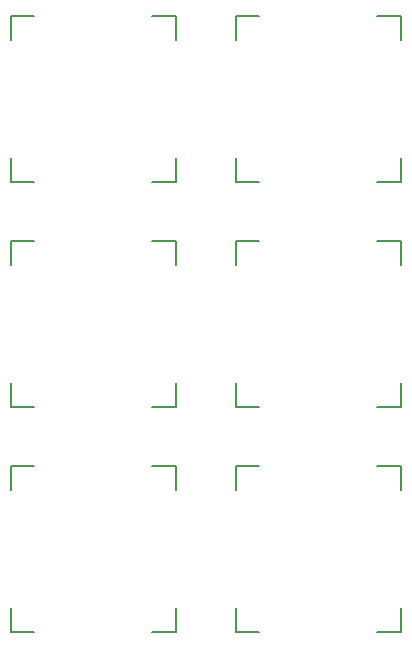
<source format=gto>
G04 EAGLE Gerber RS-274X export*
G75*
%MOMM*%
%FSLAX34Y34*%
%LPD*%
%INSilkscreen Top*%
%IPPOS*%
%AMOC8*
5,1,8,0,0,1.08239X$1,22.5*%
G01*
G04 Define Apertures*
%ADD10C,0.152400*%
D10*
X-165250Y120500D02*
X-145250Y120500D01*
X-165250Y120500D02*
X-165250Y140500D01*
X-165250Y260500D02*
X-145250Y260500D01*
X-45250Y260500D02*
X-25250Y260500D01*
X-25250Y120500D02*
X-45250Y120500D01*
X-25250Y240500D02*
X-25250Y260500D01*
X-25250Y140500D02*
X-25250Y120500D01*
X-165250Y240500D02*
X-165250Y260500D01*
X-165250Y-70000D02*
X-145250Y-70000D01*
X-165250Y-70000D02*
X-165250Y-50000D01*
X-165250Y70000D02*
X-145250Y70000D01*
X-45250Y70000D02*
X-25250Y70000D01*
X-25250Y-70000D02*
X-45250Y-70000D01*
X-25250Y50000D02*
X-25250Y70000D01*
X-25250Y-50000D02*
X-25250Y-70000D01*
X-165250Y50000D02*
X-165250Y70000D01*
X-165250Y-260500D02*
X-145250Y-260500D01*
X-165250Y-260500D02*
X-165250Y-240500D01*
X-165250Y-120500D02*
X-145250Y-120500D01*
X-45250Y-120500D02*
X-25250Y-120500D01*
X-25250Y-260500D02*
X-45250Y-260500D01*
X-25250Y-140500D02*
X-25250Y-120500D01*
X-25250Y-240500D02*
X-25250Y-260500D01*
X-165250Y-140500D02*
X-165250Y-120500D01*
X25250Y120500D02*
X45250Y120500D01*
X25250Y120500D02*
X25250Y140500D01*
X25250Y260500D02*
X45250Y260500D01*
X145250Y260500D02*
X165250Y260500D01*
X165250Y120500D02*
X145250Y120500D01*
X165250Y240500D02*
X165250Y260500D01*
X165250Y140500D02*
X165250Y120500D01*
X25250Y240500D02*
X25250Y260500D01*
X25250Y-70000D02*
X45250Y-70000D01*
X25250Y-70000D02*
X25250Y-50000D01*
X25250Y70000D02*
X45250Y70000D01*
X145250Y70000D02*
X165250Y70000D01*
X165250Y-70000D02*
X145250Y-70000D01*
X165250Y50000D02*
X165250Y70000D01*
X165250Y-50000D02*
X165250Y-70000D01*
X25250Y50000D02*
X25250Y70000D01*
X25250Y-260500D02*
X45250Y-260500D01*
X25250Y-260500D02*
X25250Y-240500D01*
X25250Y-120500D02*
X45250Y-120500D01*
X145250Y-120500D02*
X165250Y-120500D01*
X165250Y-260500D02*
X145250Y-260500D01*
X165250Y-140500D02*
X165250Y-120500D01*
X165250Y-240500D02*
X165250Y-260500D01*
X25250Y-140500D02*
X25250Y-120500D01*
M02*

</source>
